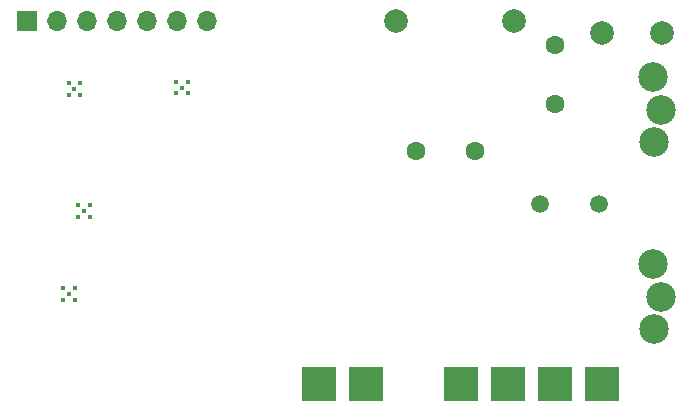
<source format=gbr>
%TF.GenerationSoftware,KiCad,Pcbnew,5.1.10-1.fc33*%
%TF.CreationDate,2021-08-28T17:16:11-07:00*%
%TF.ProjectId,hardware,68617264-7761-4726-952e-6b696361645f,rev?*%
%TF.SameCoordinates,Original*%
%TF.FileFunction,Soldermask,Bot*%
%TF.FilePolarity,Negative*%
%FSLAX46Y46*%
G04 Gerber Fmt 4.6, Leading zero omitted, Abs format (unit mm)*
G04 Created by KiCad (PCBNEW 5.1.10-1.fc33) date 2021-08-28 17:16:11*
%MOMM*%
%LPD*%
G01*
G04 APERTURE LIST*
%ADD10R,3.000000X3.000000*%
%ADD11C,2.000000*%
%ADD12C,2.500000*%
%ADD13C,1.600000*%
%ADD14O,1.700000X1.700000*%
%ADD15R,1.700000X1.700000*%
%ADD16C,1.500000*%
%ADD17C,0.450000*%
G04 APERTURE END LIST*
D10*
%TO.C,PS1*%
X118750000Y-126750000D03*
X126750000Y-126750000D03*
X130750000Y-126750000D03*
X114750000Y-126750000D03*
X134750000Y-126750000D03*
X138750000Y-126750000D03*
%TD*%
D11*
%TO.C,F1*%
X143830000Y-97010000D03*
X138750000Y-97000000D03*
%TD*%
D12*
%TO.C,J2*%
X143700000Y-103540814D03*
X143000000Y-100740814D03*
X143100000Y-106240814D03*
%TD*%
%TO.C,J1*%
X143700000Y-119354000D03*
X143000000Y-116554000D03*
X143100000Y-122054000D03*
%TD*%
D11*
%TO.C,CY3*%
X131250000Y-96000000D03*
X121250000Y-96000000D03*
%TD*%
D13*
%TO.C,C2*%
X123000000Y-107000000D03*
X128000000Y-107000000D03*
%TD*%
D14*
%TO.C,J3*%
X105240000Y-96000000D03*
X102700000Y-96000000D03*
X100160000Y-96000000D03*
X97620000Y-96000000D03*
X95080000Y-96000000D03*
X92540000Y-96000000D03*
D15*
X90000000Y-96000000D03*
%TD*%
D16*
%TO.C,L5*%
X133500000Y-111500000D03*
X138500000Y-111500000D03*
%TD*%
D13*
%TO.C,NTC1*%
X134750000Y-98000000D03*
X134750000Y-103000000D03*
%TD*%
D17*
%TO.C,U6*%
X102651200Y-101111880D03*
X103651200Y-101111880D03*
X103151200Y-101611880D03*
X102651200Y-102111880D03*
X103651200Y-102111880D03*
%TD*%
%TO.C,U5*%
X94389880Y-112561380D03*
X94389880Y-111561380D03*
X94889880Y-112061380D03*
X95389880Y-112561380D03*
X95389880Y-111561380D03*
%TD*%
%TO.C,U4*%
X94557860Y-101241240D03*
X94557860Y-102241240D03*
X94057860Y-101741240D03*
X93557860Y-101241240D03*
X93557860Y-102241240D03*
%TD*%
%TO.C,U3*%
X94099880Y-118609500D03*
X94099880Y-119609500D03*
X93599880Y-119109500D03*
X93099880Y-118609500D03*
X93099880Y-119609500D03*
%TD*%
M02*

</source>
